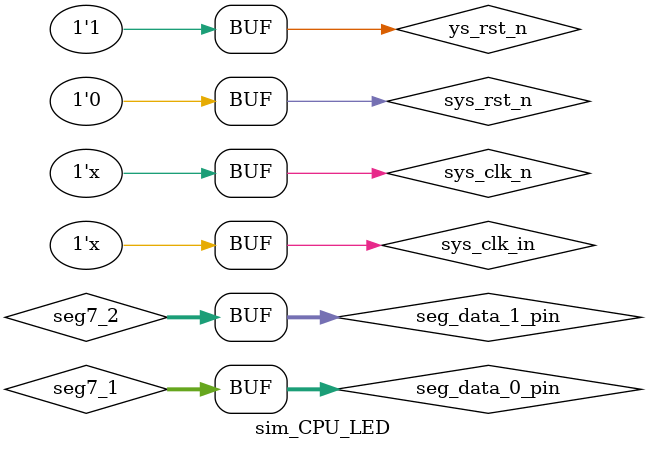
<source format=v>
`timescale 1ns / 1ps


module sim_CPU_LED(

    );   
         reg sys_clk_in,sys_rst_n;
         reg sys_clk_n;
         //·ÖÆµÆ÷ 
         wire clk_1ms,clk_10ms, clk_100ms,clk_1s;
         wire sys_clk_3;
         //LED
         reg [31:0]res;
         wire[3:0]sel_1;//¿ØÖÆÓÒ±ß4¸ö4 3 2 1
         wire[3:0]sel_2;//¿ØÖÆ×ó±ß4¸ö8 7 6 5
         wire[7:0]seg7_1;
         wire[7:0]seg7_2;
         //
         wire[7:0]seg_cs_pin,seg_data_0_pin,seg_data_1_pin;

         initial
             begin
                 sys_clk_in=1'b1;
                 sys_rst_n=1'b0;
                 sys_clk_n=1'h0;
                 #1sys_rst_n=1'b1;
             end

         always#5
            begin
                sys_clk_in=~sys_clk_in;
                sys_clk_n=~sys_clk_n;
            end
             
           Clk_Div_Ms_S CDMS(
                                  sys_clk_in,
                                  sys_rst_n,
                                   clk_1ms,
                                  clk_10ms,
                                  clk_100ms,
                                   clk_1s
                                 );
          Clk_Div CD(
                      sys_clk_in,
                      sys_rst_n,
                      sys_clk_3 
                     );

          wire [31:0]LED_DATA;
             CPU T1(
             
//                sys_clk_3,
                sys_clk_in,
                sys_clk_n,
         
                 sys_rst_n,
                 LED_DATA
             //output PC
                     );
            always@(posedge sys_clk_3,negedge sys_rst_n)
                 if(!sys_rst_n)
                 ;
                 else         
                         res<=LED_DATA;    

          LED_display LD(
          sys_clk_3,
          sys_rst_n,
          res,
         sel_1,//¿ØÖÆÓÒ±ß4¸ö4 3 2 1
         sel_2,//¿ØÖÆ×ó±ß4¸ö8 7 6 5
         seg7_1,
         seg7_2);
         
         assign seg_cs_pin={sel_1,sel_2};//ÊýÂë¹ÜÎ»ÐÅºÅÊä³ö
         assign seg_data_0_pin=seg7_1;//1ºÅÊýÂë¹Ü¶ÎÐÅºÅÊä³ö
         assign seg_data_1_pin=seg7_2;//2ºÅÊýÂë¹Ü¶ÎÐÅºÅÊä³ö

         endmodule

</source>
